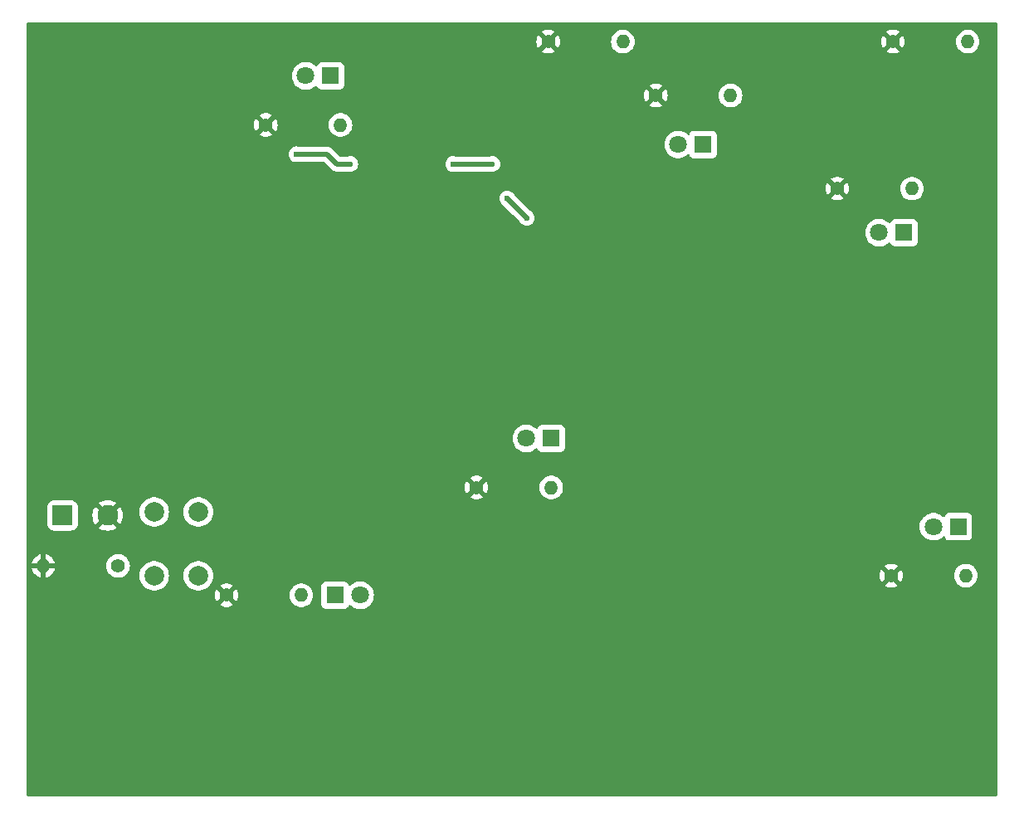
<source format=gbr>
%TF.GenerationSoftware,KiCad,Pcbnew,8.0.6*%
%TF.CreationDate,2025-02-06T10:41:55-08:00*%
%TF.ProjectId,Decorative PCB for Amaia,4465636f-7261-4746-9976-652050434220,V2*%
%TF.SameCoordinates,Original*%
%TF.FileFunction,Copper,L2,Bot*%
%TF.FilePolarity,Positive*%
%FSLAX46Y46*%
G04 Gerber Fmt 4.6, Leading zero omitted, Abs format (unit mm)*
G04 Created by KiCad (PCBNEW 8.0.6) date 2025-02-06 10:41:55*
%MOMM*%
%LPD*%
G01*
G04 APERTURE LIST*
G04 Aperture macros list*
%AMRoundRect*
0 Rectangle with rounded corners*
0 $1 Rounding radius*
0 $2 $3 $4 $5 $6 $7 $8 $9 X,Y pos of 4 corners*
0 Add a 4 corners polygon primitive as box body*
4,1,4,$2,$3,$4,$5,$6,$7,$8,$9,$2,$3,0*
0 Add four circle primitives for the rounded corners*
1,1,$1+$1,$2,$3*
1,1,$1+$1,$4,$5*
1,1,$1+$1,$6,$7*
1,1,$1+$1,$8,$9*
0 Add four rect primitives between the rounded corners*
20,1,$1+$1,$2,$3,$4,$5,0*
20,1,$1+$1,$4,$5,$6,$7,0*
20,1,$1+$1,$6,$7,$8,$9,0*
20,1,$1+$1,$8,$9,$2,$3,0*%
G04 Aperture macros list end*
%TA.AperFunction,ComponentPad*%
%ADD10R,1.800000X1.800000*%
%TD*%
%TA.AperFunction,ComponentPad*%
%ADD11C,1.800000*%
%TD*%
%TA.AperFunction,ComponentPad*%
%ADD12RoundRect,0.250001X-0.799999X-0.799999X0.799999X-0.799999X0.799999X0.799999X-0.799999X0.799999X0*%
%TD*%
%TA.AperFunction,ComponentPad*%
%ADD13C,2.100000*%
%TD*%
%TA.AperFunction,ComponentPad*%
%ADD14C,1.400000*%
%TD*%
%TA.AperFunction,ComponentPad*%
%ADD15O,1.400000X1.400000*%
%TD*%
%TA.AperFunction,ComponentPad*%
%ADD16C,2.000000*%
%TD*%
%TA.AperFunction,ViaPad*%
%ADD17C,0.600000*%
%TD*%
%TA.AperFunction,Conductor*%
%ADD18C,0.500000*%
%TD*%
G04 APERTURE END LIST*
D10*
%TO.P,D6,1,K*%
%TO.N,Net-(D6-K)*%
X126000000Y-60500000D03*
D11*
%TO.P,D6,2,A*%
%TO.N,/LED_Z*%
X123460000Y-60500000D03*
%TD*%
D10*
%TO.P,D1,1,K*%
%TO.N,Net-(D1-K)*%
X126460000Y-113500000D03*
D11*
%TO.P,D1,2,A*%
%TO.N,/LED_DIM_A*%
X129000000Y-113500000D03*
%TD*%
D12*
%TO.P,J1,1,Pin_1*%
%TO.N,+9V*%
X98650000Y-105360000D03*
D13*
%TO.P,J1,2,Pin_2*%
%TO.N,GND*%
X103250000Y-105360000D03*
%TD*%
D14*
%TO.P,R9,1*%
%TO.N,GND*%
X119380000Y-65500000D03*
D15*
%TO.P,R9,2*%
%TO.N,Net-(D6-K)*%
X127000000Y-65500000D03*
%TD*%
D14*
%TO.P,R1,1*%
%TO.N,GND*%
X148190000Y-57000000D03*
D15*
%TO.P,R1,2*%
%TO.N,Net-(R1-Pad2)*%
X155810000Y-57000000D03*
%TD*%
D14*
%TO.P,R2,1*%
%TO.N,GND*%
X183380000Y-57000000D03*
D15*
%TO.P,R2,2*%
%TO.N,Net-(R2-Pad2)*%
X191000000Y-57000000D03*
%TD*%
D14*
%TO.P,R7,1*%
%TO.N,GND*%
X140880000Y-102500000D03*
D15*
%TO.P,R7,2*%
%TO.N,Net-(D4-K)*%
X148500000Y-102500000D03*
%TD*%
D14*
%TO.P,R6,1*%
%TO.N,GND*%
X159190000Y-62500000D03*
D15*
%TO.P,R6,2*%
%TO.N,Net-(D3-K)*%
X166810000Y-62500000D03*
%TD*%
D10*
%TO.P,D2,1,K*%
%TO.N,Net-(D2-K)*%
X190040000Y-106500000D03*
D11*
%TO.P,D2,2,A*%
%TO.N,/LED_DIM_B*%
X187500000Y-106500000D03*
%TD*%
D10*
%TO.P,D3,1,K*%
%TO.N,Net-(D3-K)*%
X164000000Y-67500000D03*
D11*
%TO.P,D3,2,A*%
%TO.N,/LED_DIM_C*%
X161460000Y-67500000D03*
%TD*%
D14*
%TO.P,R4,1*%
%TO.N,GND*%
X115380000Y-113500000D03*
D15*
%TO.P,R4,2*%
%TO.N,Net-(D1-K)*%
X123000000Y-113500000D03*
%TD*%
D14*
%TO.P,R8,1*%
%TO.N,GND*%
X177690000Y-72000000D03*
D15*
%TO.P,R8,2*%
%TO.N,Net-(D5-K)*%
X185310000Y-72000000D03*
%TD*%
D10*
%TO.P,D5,1,K*%
%TO.N,Net-(D5-K)*%
X184500000Y-76500000D03*
D11*
%TO.P,D5,2,A*%
%TO.N,/LED_Y*%
X181960000Y-76500000D03*
%TD*%
D14*
%TO.P,R5,1*%
%TO.N,GND*%
X183190000Y-111500000D03*
D15*
%TO.P,R5,2*%
%TO.N,Net-(D2-K)*%
X190810000Y-111500000D03*
%TD*%
D10*
%TO.P,D4,1,K*%
%TO.N,Net-(D4-K)*%
X148500000Y-97500000D03*
D11*
%TO.P,D4,2,A*%
%TO.N,/LED_X*%
X145960000Y-97500000D03*
%TD*%
D16*
%TO.P,SW1,1,A*%
%TO.N,/BUTTON*%
X112500000Y-105000000D03*
X112500000Y-111500000D03*
%TO.P,SW1,2,B*%
%TO.N,+5V*%
X108000000Y-105000000D03*
X108000000Y-111500000D03*
%TD*%
D14*
%TO.P,R3,1*%
%TO.N,/BUTTON*%
X104310000Y-110500000D03*
D15*
%TO.P,R3,2*%
%TO.N,GND*%
X96690000Y-110500000D03*
%TD*%
D17*
%TO.N,GND*%
X112000000Y-91000000D03*
X100000000Y-95500000D03*
%TO.N,/PIEZO_A*%
X122500000Y-68500000D03*
X138500000Y-69500000D03*
X128000000Y-69500000D03*
X142500000Y-69500000D03*
%TO.N,/LED_Y*%
X144000000Y-73000000D03*
X146000000Y-75000000D03*
%TD*%
D18*
%TO.N,/PIEZO_A*%
X126626346Y-69500000D02*
X128000000Y-69500000D01*
X125626346Y-68500000D02*
X126626346Y-69500000D01*
X122500000Y-68500000D02*
X125626346Y-68500000D01*
X138500000Y-69500000D02*
X142500000Y-69500000D01*
%TO.N,/LED_Y*%
X144000000Y-73000000D02*
X146000000Y-75000000D01*
%TD*%
%TA.AperFunction,Conductor*%
%TO.N,GND*%
G36*
X193942539Y-55020185D02*
G01*
X193988294Y-55072989D01*
X193999500Y-55124500D01*
X193999500Y-133875500D01*
X193979815Y-133942539D01*
X193927011Y-133988294D01*
X193875500Y-133999500D01*
X95124500Y-133999500D01*
X95057461Y-133979815D01*
X95011706Y-133927011D01*
X95000500Y-133875500D01*
X95000500Y-114506879D01*
X114726672Y-114506879D01*
X114726672Y-114506880D01*
X114842821Y-114578797D01*
X114842822Y-114578798D01*
X115050195Y-114659134D01*
X115268807Y-114700000D01*
X115491193Y-114700000D01*
X115709809Y-114659133D01*
X115917168Y-114578801D01*
X115917181Y-114578795D01*
X116033326Y-114506879D01*
X115380001Y-113853553D01*
X115380000Y-113853553D01*
X114726672Y-114506879D01*
X95000500Y-114506879D01*
X95000500Y-113499999D01*
X114174859Y-113499999D01*
X114174859Y-113500000D01*
X114195378Y-113721439D01*
X114256240Y-113935350D01*
X114355369Y-114134428D01*
X114371137Y-114155308D01*
X114371138Y-114155308D01*
X115026447Y-113500000D01*
X114980369Y-113453922D01*
X115030000Y-113453922D01*
X115030000Y-113546078D01*
X115053852Y-113635095D01*
X115099930Y-113714905D01*
X115165095Y-113780070D01*
X115244905Y-113826148D01*
X115333922Y-113850000D01*
X115426078Y-113850000D01*
X115515095Y-113826148D01*
X115594905Y-113780070D01*
X115660070Y-113714905D01*
X115706148Y-113635095D01*
X115730000Y-113546078D01*
X115730000Y-113499999D01*
X115733553Y-113499999D01*
X115733553Y-113500000D01*
X116388861Y-114155308D01*
X116404631Y-114134425D01*
X116404633Y-114134422D01*
X116503759Y-113935350D01*
X116564621Y-113721439D01*
X116585141Y-113500000D01*
X116585141Y-113499999D01*
X121794357Y-113499999D01*
X121794357Y-113500000D01*
X121814884Y-113721535D01*
X121814885Y-113721537D01*
X121875769Y-113935523D01*
X121875775Y-113935538D01*
X121974938Y-114134683D01*
X121974943Y-114134691D01*
X122109020Y-114312238D01*
X122273437Y-114462123D01*
X122273439Y-114462125D01*
X122462595Y-114579245D01*
X122462596Y-114579245D01*
X122462599Y-114579247D01*
X122670060Y-114659618D01*
X122888757Y-114700500D01*
X122888759Y-114700500D01*
X123111241Y-114700500D01*
X123111243Y-114700500D01*
X123329940Y-114659618D01*
X123537401Y-114579247D01*
X123726562Y-114462124D01*
X123890981Y-114312236D01*
X124025058Y-114134689D01*
X124124229Y-113935528D01*
X124185115Y-113721536D01*
X124205643Y-113500000D01*
X124185115Y-113278464D01*
X124124229Y-113064472D01*
X124113886Y-113043700D01*
X124025061Y-112865316D01*
X124025056Y-112865308D01*
X123890979Y-112687761D01*
X123742203Y-112552135D01*
X125059500Y-112552135D01*
X125059500Y-114447870D01*
X125059501Y-114447876D01*
X125065908Y-114507483D01*
X125116202Y-114642328D01*
X125116206Y-114642335D01*
X125202452Y-114757544D01*
X125202455Y-114757547D01*
X125317664Y-114843793D01*
X125317671Y-114843797D01*
X125452517Y-114894091D01*
X125452516Y-114894091D01*
X125459444Y-114894835D01*
X125512127Y-114900500D01*
X127407872Y-114900499D01*
X127467483Y-114894091D01*
X127602331Y-114843796D01*
X127717546Y-114757546D01*
X127803796Y-114642331D01*
X127827491Y-114578801D01*
X127832455Y-114565493D01*
X127874326Y-114509559D01*
X127939790Y-114485141D01*
X128008063Y-114499992D01*
X128039866Y-114524843D01*
X128047302Y-114532920D01*
X128048215Y-114533912D01*
X128048222Y-114533918D01*
X128231365Y-114676464D01*
X128231371Y-114676468D01*
X128231374Y-114676470D01*
X128435497Y-114786936D01*
X128549487Y-114826068D01*
X128655015Y-114862297D01*
X128655017Y-114862297D01*
X128655019Y-114862298D01*
X128883951Y-114900500D01*
X128883952Y-114900500D01*
X129116048Y-114900500D01*
X129116049Y-114900500D01*
X129344981Y-114862298D01*
X129564503Y-114786936D01*
X129768626Y-114676470D01*
X129790900Y-114659134D01*
X129830129Y-114628600D01*
X129951784Y-114533913D01*
X130108979Y-114363153D01*
X130235924Y-114168849D01*
X130329157Y-113956300D01*
X130386134Y-113731305D01*
X130386135Y-113731297D01*
X130405300Y-113500006D01*
X130405300Y-113499993D01*
X130386135Y-113268702D01*
X130386133Y-113268691D01*
X130329157Y-113043699D01*
X130235924Y-112831151D01*
X130108983Y-112636852D01*
X130108980Y-112636849D01*
X130108979Y-112636847D01*
X129989336Y-112506879D01*
X182536672Y-112506879D01*
X182536672Y-112506880D01*
X182652821Y-112578797D01*
X182652822Y-112578798D01*
X182860195Y-112659134D01*
X183078807Y-112700000D01*
X183301193Y-112700000D01*
X183519809Y-112659133D01*
X183727168Y-112578801D01*
X183727181Y-112578795D01*
X183843326Y-112506879D01*
X183190001Y-111853553D01*
X183190000Y-111853553D01*
X182536672Y-112506879D01*
X129989336Y-112506879D01*
X129951784Y-112466087D01*
X129951779Y-112466083D01*
X129951777Y-112466081D01*
X129768634Y-112323535D01*
X129768628Y-112323531D01*
X129564504Y-112213064D01*
X129564495Y-112213061D01*
X129344984Y-112137702D01*
X129154450Y-112105908D01*
X129116049Y-112099500D01*
X128883951Y-112099500D01*
X128845550Y-112105908D01*
X128655015Y-112137702D01*
X128435504Y-112213061D01*
X128435495Y-112213064D01*
X128231371Y-112323531D01*
X128231365Y-112323535D01*
X128048222Y-112466081D01*
X128048218Y-112466085D01*
X128039866Y-112475158D01*
X127979979Y-112511148D01*
X127910141Y-112509047D01*
X127852525Y-112469522D01*
X127832455Y-112434507D01*
X127803797Y-112357671D01*
X127803793Y-112357664D01*
X127717547Y-112242455D01*
X127717544Y-112242452D01*
X127602335Y-112156206D01*
X127602328Y-112156202D01*
X127467482Y-112105908D01*
X127467483Y-112105908D01*
X127407883Y-112099501D01*
X127407881Y-112099500D01*
X127407873Y-112099500D01*
X127407864Y-112099500D01*
X125512129Y-112099500D01*
X125512123Y-112099501D01*
X125452516Y-112105908D01*
X125317671Y-112156202D01*
X125317664Y-112156206D01*
X125202455Y-112242452D01*
X125202452Y-112242455D01*
X125116206Y-112357664D01*
X125116202Y-112357671D01*
X125065908Y-112492517D01*
X125059501Y-112552116D01*
X125059500Y-112552135D01*
X123742203Y-112552135D01*
X123726562Y-112537876D01*
X123726560Y-112537874D01*
X123537404Y-112420754D01*
X123537398Y-112420752D01*
X123329940Y-112340382D01*
X123111243Y-112299500D01*
X122888757Y-112299500D01*
X122670060Y-112340382D01*
X122538864Y-112391207D01*
X122462601Y-112420752D01*
X122462595Y-112420754D01*
X122273439Y-112537874D01*
X122273437Y-112537876D01*
X122109020Y-112687761D01*
X121974943Y-112865308D01*
X121974938Y-112865316D01*
X121875775Y-113064461D01*
X121875769Y-113064476D01*
X121814885Y-113278462D01*
X121814884Y-113278464D01*
X121794357Y-113499999D01*
X116585141Y-113499999D01*
X116564621Y-113278560D01*
X116503759Y-113064649D01*
X116404635Y-112865580D01*
X116404630Y-112865572D01*
X116388860Y-112844690D01*
X115733553Y-113499999D01*
X115730000Y-113499999D01*
X115730000Y-113453922D01*
X115706148Y-113364905D01*
X115660070Y-113285095D01*
X115594905Y-113219930D01*
X115515095Y-113173852D01*
X115426078Y-113150000D01*
X115333922Y-113150000D01*
X115244905Y-113173852D01*
X115165095Y-113219930D01*
X115099930Y-113285095D01*
X115053852Y-113364905D01*
X115030000Y-113453922D01*
X114980369Y-113453922D01*
X114371138Y-112844691D01*
X114371137Y-112844691D01*
X114355368Y-112865574D01*
X114256240Y-113064649D01*
X114195378Y-113278560D01*
X114174859Y-113499999D01*
X95000500Y-113499999D01*
X95000500Y-110750000D01*
X95513505Y-110750000D01*
X95566239Y-110935349D01*
X95665368Y-111134425D01*
X95799391Y-111311900D01*
X95963738Y-111461721D01*
X96152820Y-111578797D01*
X96152822Y-111578798D01*
X96360195Y-111659135D01*
X96440000Y-111674052D01*
X96940000Y-111674052D01*
X97019804Y-111659135D01*
X97227177Y-111578798D01*
X97227179Y-111578797D01*
X97416261Y-111461721D01*
X97580608Y-111311900D01*
X97714631Y-111134425D01*
X97813760Y-110935349D01*
X97866495Y-110750000D01*
X96940000Y-110750000D01*
X96940000Y-111674052D01*
X96440000Y-111674052D01*
X96440000Y-110750000D01*
X95513505Y-110750000D01*
X95000500Y-110750000D01*
X95000500Y-110453922D01*
X96340000Y-110453922D01*
X96340000Y-110546078D01*
X96363852Y-110635095D01*
X96409930Y-110714905D01*
X96475095Y-110780070D01*
X96554905Y-110826148D01*
X96643922Y-110850000D01*
X96736078Y-110850000D01*
X96825095Y-110826148D01*
X96904905Y-110780070D01*
X96970070Y-110714905D01*
X97016148Y-110635095D01*
X97040000Y-110546078D01*
X97040000Y-110499999D01*
X103104357Y-110499999D01*
X103104357Y-110500000D01*
X103124884Y-110721535D01*
X103124885Y-110721537D01*
X103185769Y-110935523D01*
X103185775Y-110935538D01*
X103284938Y-111134683D01*
X103284943Y-111134691D01*
X103419020Y-111312238D01*
X103583437Y-111462123D01*
X103583439Y-111462125D01*
X103772595Y-111579245D01*
X103772596Y-111579245D01*
X103772599Y-111579247D01*
X103980060Y-111659618D01*
X104198757Y-111700500D01*
X104198759Y-111700500D01*
X104421241Y-111700500D01*
X104421243Y-111700500D01*
X104639940Y-111659618D01*
X104847401Y-111579247D01*
X104975400Y-111499994D01*
X106494357Y-111499994D01*
X106494357Y-111500005D01*
X106514890Y-111747812D01*
X106514892Y-111747824D01*
X106575936Y-111988881D01*
X106675826Y-112216606D01*
X106811833Y-112424782D01*
X106811836Y-112424785D01*
X106980256Y-112607738D01*
X107176491Y-112760474D01*
X107176493Y-112760475D01*
X107332108Y-112844690D01*
X107395190Y-112878828D01*
X107630386Y-112959571D01*
X107875665Y-113000500D01*
X108124335Y-113000500D01*
X108369614Y-112959571D01*
X108604810Y-112878828D01*
X108823509Y-112760474D01*
X109019744Y-112607738D01*
X109188164Y-112424785D01*
X109324173Y-112216607D01*
X109424063Y-111988881D01*
X109485108Y-111747821D01*
X109487294Y-111721439D01*
X109505643Y-111500005D01*
X109505643Y-111499994D01*
X110994357Y-111499994D01*
X110994357Y-111500005D01*
X111014890Y-111747812D01*
X111014892Y-111747824D01*
X111075936Y-111988881D01*
X111175826Y-112216606D01*
X111311833Y-112424782D01*
X111311836Y-112424785D01*
X111480256Y-112607738D01*
X111676491Y-112760474D01*
X111676493Y-112760475D01*
X111832108Y-112844690D01*
X111895190Y-112878828D01*
X112130386Y-112959571D01*
X112375665Y-113000500D01*
X112624335Y-113000500D01*
X112869614Y-112959571D01*
X113104810Y-112878828D01*
X113323509Y-112760474D01*
X113519744Y-112607738D01*
X113625258Y-112493119D01*
X114726671Y-112493119D01*
X115380000Y-113146447D01*
X115380001Y-113146447D01*
X116033327Y-112493119D01*
X115917178Y-112421202D01*
X115917177Y-112421201D01*
X115709804Y-112340865D01*
X115491193Y-112300000D01*
X115268807Y-112300000D01*
X115050195Y-112340865D01*
X114842824Y-112421200D01*
X114842823Y-112421201D01*
X114726671Y-112493119D01*
X113625258Y-112493119D01*
X113688164Y-112424785D01*
X113824173Y-112216607D01*
X113924063Y-111988881D01*
X113985108Y-111747821D01*
X113987294Y-111721439D01*
X114005643Y-111500005D01*
X114005643Y-111499999D01*
X181984859Y-111499999D01*
X181984859Y-111500000D01*
X182005378Y-111721439D01*
X182066240Y-111935350D01*
X182165369Y-112134428D01*
X182181137Y-112155308D01*
X182181138Y-112155308D01*
X182836447Y-111500000D01*
X182790369Y-111453922D01*
X182840000Y-111453922D01*
X182840000Y-111546078D01*
X182863852Y-111635095D01*
X182909930Y-111714905D01*
X182975095Y-111780070D01*
X183054905Y-111826148D01*
X183143922Y-111850000D01*
X183236078Y-111850000D01*
X183325095Y-111826148D01*
X183404905Y-111780070D01*
X183470070Y-111714905D01*
X183516148Y-111635095D01*
X183540000Y-111546078D01*
X183540000Y-111499999D01*
X183543553Y-111499999D01*
X183543553Y-111500000D01*
X184198861Y-112155308D01*
X184214631Y-112134425D01*
X184214633Y-112134422D01*
X184313759Y-111935350D01*
X184374621Y-111721439D01*
X184395141Y-111500000D01*
X184395141Y-111499999D01*
X189604357Y-111499999D01*
X189604357Y-111500000D01*
X189624884Y-111721535D01*
X189624885Y-111721537D01*
X189685769Y-111935523D01*
X189685775Y-111935538D01*
X189784938Y-112134683D01*
X189784943Y-112134691D01*
X189919020Y-112312238D01*
X190083437Y-112462123D01*
X190083439Y-112462125D01*
X190272595Y-112579245D01*
X190272596Y-112579245D01*
X190272599Y-112579247D01*
X190480060Y-112659618D01*
X190698757Y-112700500D01*
X190698759Y-112700500D01*
X190921241Y-112700500D01*
X190921243Y-112700500D01*
X191139940Y-112659618D01*
X191347401Y-112579247D01*
X191536562Y-112462124D01*
X191700981Y-112312236D01*
X191835058Y-112134689D01*
X191934229Y-111935528D01*
X191995115Y-111721536D01*
X192015643Y-111500000D01*
X192015642Y-111499994D01*
X191995115Y-111278464D01*
X191995114Y-111278462D01*
X191987638Y-111252187D01*
X191934229Y-111064472D01*
X191934224Y-111064461D01*
X191835061Y-110865316D01*
X191835056Y-110865308D01*
X191700979Y-110687761D01*
X191536562Y-110537876D01*
X191536560Y-110537874D01*
X191347404Y-110420754D01*
X191347398Y-110420752D01*
X191139940Y-110340382D01*
X190921243Y-110299500D01*
X190698757Y-110299500D01*
X190480060Y-110340382D01*
X190416759Y-110364905D01*
X190272601Y-110420752D01*
X190272595Y-110420754D01*
X190083439Y-110537874D01*
X190083437Y-110537876D01*
X189919020Y-110687761D01*
X189784943Y-110865308D01*
X189784938Y-110865316D01*
X189685775Y-111064461D01*
X189685769Y-111064476D01*
X189624885Y-111278462D01*
X189624884Y-111278464D01*
X189604357Y-111499999D01*
X184395141Y-111499999D01*
X184374621Y-111278560D01*
X184313759Y-111064649D01*
X184214635Y-110865580D01*
X184214630Y-110865572D01*
X184198860Y-110844690D01*
X183543553Y-111499999D01*
X183540000Y-111499999D01*
X183540000Y-111453922D01*
X183516148Y-111364905D01*
X183470070Y-111285095D01*
X183404905Y-111219930D01*
X183325095Y-111173852D01*
X183236078Y-111150000D01*
X183143922Y-111150000D01*
X183054905Y-111173852D01*
X182975095Y-111219930D01*
X182909930Y-111285095D01*
X182863852Y-111364905D01*
X182840000Y-111453922D01*
X182790369Y-111453922D01*
X182181138Y-110844691D01*
X182181137Y-110844691D01*
X182165368Y-110865574D01*
X182066240Y-111064649D01*
X182005378Y-111278560D01*
X181984859Y-111499999D01*
X114005643Y-111499999D01*
X114005643Y-111499994D01*
X113985109Y-111252187D01*
X113985107Y-111252175D01*
X113924063Y-111011118D01*
X113824173Y-110783393D01*
X113688166Y-110575217D01*
X113666557Y-110551744D01*
X113612589Y-110493119D01*
X182536671Y-110493119D01*
X183190000Y-111146447D01*
X183190001Y-111146447D01*
X183843327Y-110493119D01*
X183727178Y-110421202D01*
X183727177Y-110421201D01*
X183519804Y-110340865D01*
X183301193Y-110300000D01*
X183078807Y-110300000D01*
X182860195Y-110340865D01*
X182652824Y-110421200D01*
X182652823Y-110421201D01*
X182536671Y-110493119D01*
X113612589Y-110493119D01*
X113519744Y-110392262D01*
X113323509Y-110239526D01*
X113323507Y-110239525D01*
X113323506Y-110239524D01*
X113104811Y-110121172D01*
X113104802Y-110121169D01*
X112869616Y-110040429D01*
X112624335Y-109999500D01*
X112375665Y-109999500D01*
X112130383Y-110040429D01*
X111895197Y-110121169D01*
X111895188Y-110121172D01*
X111676493Y-110239524D01*
X111480257Y-110392261D01*
X111311833Y-110575217D01*
X111175826Y-110783393D01*
X111075936Y-111011118D01*
X111014892Y-111252175D01*
X111014890Y-111252187D01*
X110994357Y-111499994D01*
X109505643Y-111499994D01*
X109485109Y-111252187D01*
X109485107Y-111252175D01*
X109424063Y-111011118D01*
X109324173Y-110783393D01*
X109188166Y-110575217D01*
X109166557Y-110551744D01*
X109019744Y-110392262D01*
X108823509Y-110239526D01*
X108823507Y-110239525D01*
X108823506Y-110239524D01*
X108604811Y-110121172D01*
X108604802Y-110121169D01*
X108369616Y-110040429D01*
X108124335Y-109999500D01*
X107875665Y-109999500D01*
X107630383Y-110040429D01*
X107395197Y-110121169D01*
X107395188Y-110121172D01*
X107176493Y-110239524D01*
X106980257Y-110392261D01*
X106811833Y-110575217D01*
X106675826Y-110783393D01*
X106575936Y-111011118D01*
X106514892Y-111252175D01*
X106514890Y-111252187D01*
X106494357Y-111499994D01*
X104975400Y-111499994D01*
X105036562Y-111462124D01*
X105200981Y-111312236D01*
X105335058Y-111134689D01*
X105434229Y-110935528D01*
X105495115Y-110721536D01*
X105515643Y-110500000D01*
X105495115Y-110278464D01*
X105434229Y-110064472D01*
X105335189Y-109865574D01*
X105335061Y-109865316D01*
X105335056Y-109865308D01*
X105200979Y-109687761D01*
X105036562Y-109537876D01*
X105036560Y-109537874D01*
X104847404Y-109420754D01*
X104847398Y-109420752D01*
X104639940Y-109340382D01*
X104421243Y-109299500D01*
X104198757Y-109299500D01*
X103980060Y-109340382D01*
X103848864Y-109391207D01*
X103772601Y-109420752D01*
X103772595Y-109420754D01*
X103583439Y-109537874D01*
X103583437Y-109537876D01*
X103419020Y-109687761D01*
X103284943Y-109865308D01*
X103284938Y-109865316D01*
X103185775Y-110064461D01*
X103185769Y-110064476D01*
X103124885Y-110278462D01*
X103124884Y-110278464D01*
X103104357Y-110499999D01*
X97040000Y-110499999D01*
X97040000Y-110453922D01*
X97016148Y-110364905D01*
X96970070Y-110285095D01*
X96934975Y-110250000D01*
X96940000Y-110250000D01*
X97866495Y-110250000D01*
X97813760Y-110064650D01*
X97714631Y-109865574D01*
X97580608Y-109688099D01*
X97416261Y-109538278D01*
X97227179Y-109421202D01*
X97227177Y-109421201D01*
X97019799Y-109340864D01*
X96940000Y-109325946D01*
X96940000Y-110250000D01*
X96934975Y-110250000D01*
X96904905Y-110219930D01*
X96825095Y-110173852D01*
X96736078Y-110150000D01*
X96643922Y-110150000D01*
X96554905Y-110173852D01*
X96475095Y-110219930D01*
X96409930Y-110285095D01*
X96363852Y-110364905D01*
X96340000Y-110453922D01*
X95000500Y-110453922D01*
X95000500Y-110250000D01*
X95513505Y-110250000D01*
X96440000Y-110250000D01*
X96440000Y-109325946D01*
X96360200Y-109340864D01*
X96152822Y-109421201D01*
X96152820Y-109421202D01*
X95963738Y-109538278D01*
X95799391Y-109688099D01*
X95665368Y-109865574D01*
X95566239Y-110064650D01*
X95513505Y-110250000D01*
X95000500Y-110250000D01*
X95000500Y-104509984D01*
X97099500Y-104509984D01*
X97099500Y-106210015D01*
X97110000Y-106312795D01*
X97110001Y-106312796D01*
X97165186Y-106479335D01*
X97165187Y-106479337D01*
X97257286Y-106628651D01*
X97257289Y-106628655D01*
X97381344Y-106752710D01*
X97381348Y-106752713D01*
X97530662Y-106844812D01*
X97530664Y-106844813D01*
X97530666Y-106844814D01*
X97697203Y-106899999D01*
X97799992Y-106910500D01*
X97799997Y-106910500D01*
X99500003Y-106910500D01*
X99500008Y-106910500D01*
X99602797Y-106899999D01*
X99769334Y-106844814D01*
X99918655Y-106752711D01*
X100042711Y-106628655D01*
X100134814Y-106479334D01*
X100189999Y-106312797D01*
X100200500Y-106210008D01*
X100200500Y-105360000D01*
X101695207Y-105360000D01*
X101714348Y-105603219D01*
X101771303Y-105840457D01*
X101864668Y-106065861D01*
X101988504Y-106267941D01*
X102726212Y-105530233D01*
X102737482Y-105572292D01*
X102809890Y-105697708D01*
X102912292Y-105800110D01*
X103037708Y-105872518D01*
X103079765Y-105883787D01*
X102342057Y-106621494D01*
X102544138Y-106745331D01*
X102769542Y-106838696D01*
X103006780Y-106895651D01*
X103006779Y-106895651D01*
X103250000Y-106914792D01*
X103493219Y-106895651D01*
X103730457Y-106838696D01*
X103955861Y-106745331D01*
X104157941Y-106621495D01*
X104157941Y-106621494D01*
X103420235Y-105883787D01*
X103462292Y-105872518D01*
X103587708Y-105800110D01*
X103690110Y-105697708D01*
X103762518Y-105572292D01*
X103773787Y-105530234D01*
X104511494Y-106267941D01*
X104511495Y-106267941D01*
X104635331Y-106065861D01*
X104728696Y-105840457D01*
X104785651Y-105603219D01*
X104804792Y-105360000D01*
X104785651Y-105116780D01*
X104757614Y-104999994D01*
X106494357Y-104999994D01*
X106494357Y-105000005D01*
X106514890Y-105247812D01*
X106514892Y-105247824D01*
X106575936Y-105488881D01*
X106675826Y-105716606D01*
X106811833Y-105924782D01*
X106811836Y-105924785D01*
X106980256Y-106107738D01*
X107176491Y-106260474D01*
X107395190Y-106378828D01*
X107630386Y-106459571D01*
X107875665Y-106500500D01*
X108124335Y-106500500D01*
X108369614Y-106459571D01*
X108604810Y-106378828D01*
X108823509Y-106260474D01*
X109019744Y-106107738D01*
X109188164Y-105924785D01*
X109324173Y-105716607D01*
X109424063Y-105488881D01*
X109485108Y-105247821D01*
X109487988Y-105213064D01*
X109505643Y-105000005D01*
X109505643Y-104999994D01*
X110994357Y-104999994D01*
X110994357Y-105000005D01*
X111014890Y-105247812D01*
X111014892Y-105247824D01*
X111075936Y-105488881D01*
X111175826Y-105716606D01*
X111311833Y-105924782D01*
X111311836Y-105924785D01*
X111480256Y-106107738D01*
X111676491Y-106260474D01*
X111895190Y-106378828D01*
X112130386Y-106459571D01*
X112375665Y-106500500D01*
X112624335Y-106500500D01*
X112627373Y-106499993D01*
X186094700Y-106499993D01*
X186094700Y-106500006D01*
X186113864Y-106731297D01*
X186113866Y-106731308D01*
X186170842Y-106956300D01*
X186264075Y-107168848D01*
X186391016Y-107363147D01*
X186391019Y-107363151D01*
X186391021Y-107363153D01*
X186548216Y-107533913D01*
X186548219Y-107533915D01*
X186548222Y-107533918D01*
X186731365Y-107676464D01*
X186731371Y-107676468D01*
X186731374Y-107676470D01*
X186935497Y-107786936D01*
X187049487Y-107826068D01*
X187155015Y-107862297D01*
X187155017Y-107862297D01*
X187155019Y-107862298D01*
X187383951Y-107900500D01*
X187383952Y-107900500D01*
X187616048Y-107900500D01*
X187616049Y-107900500D01*
X187844981Y-107862298D01*
X188064503Y-107786936D01*
X188268626Y-107676470D01*
X188451784Y-107533913D01*
X188460130Y-107524846D01*
X188520010Y-107488854D01*
X188589849Y-107490949D01*
X188647468Y-107530469D01*
X188667544Y-107565491D01*
X188696203Y-107642330D01*
X188696206Y-107642335D01*
X188782452Y-107757544D01*
X188782455Y-107757547D01*
X188897664Y-107843793D01*
X188897671Y-107843797D01*
X189032517Y-107894091D01*
X189032516Y-107894091D01*
X189039444Y-107894835D01*
X189092127Y-107900500D01*
X190987872Y-107900499D01*
X191047483Y-107894091D01*
X191182331Y-107843796D01*
X191297546Y-107757546D01*
X191383796Y-107642331D01*
X191434091Y-107507483D01*
X191440500Y-107447873D01*
X191440499Y-105552128D01*
X191434091Y-105492517D01*
X191424233Y-105466087D01*
X191383797Y-105357671D01*
X191383793Y-105357664D01*
X191297547Y-105242455D01*
X191297544Y-105242452D01*
X191182335Y-105156206D01*
X191182328Y-105156202D01*
X191047482Y-105105908D01*
X191047483Y-105105908D01*
X190987883Y-105099501D01*
X190987881Y-105099500D01*
X190987873Y-105099500D01*
X190987864Y-105099500D01*
X189092129Y-105099500D01*
X189092123Y-105099501D01*
X189032516Y-105105908D01*
X188897671Y-105156202D01*
X188897664Y-105156206D01*
X188782455Y-105242452D01*
X188782452Y-105242455D01*
X188696206Y-105357664D01*
X188696203Y-105357670D01*
X188667544Y-105434508D01*
X188625672Y-105490441D01*
X188560208Y-105514858D01*
X188491935Y-105500006D01*
X188460135Y-105475158D01*
X188451784Y-105466087D01*
X188451778Y-105466082D01*
X188451777Y-105466081D01*
X188268634Y-105323535D01*
X188268628Y-105323531D01*
X188064504Y-105213064D01*
X188064495Y-105213061D01*
X187844984Y-105137702D01*
X187654450Y-105105908D01*
X187616049Y-105099500D01*
X187383951Y-105099500D01*
X187345550Y-105105908D01*
X187155015Y-105137702D01*
X186935504Y-105213061D01*
X186935495Y-105213064D01*
X186731371Y-105323531D01*
X186731365Y-105323535D01*
X186548222Y-105466081D01*
X186548219Y-105466084D01*
X186548216Y-105466086D01*
X186548216Y-105466087D01*
X186503319Y-105514858D01*
X186391016Y-105636852D01*
X186264075Y-105831151D01*
X186170842Y-106043699D01*
X186113866Y-106268691D01*
X186113864Y-106268702D01*
X186094700Y-106499993D01*
X112627373Y-106499993D01*
X112869614Y-106459571D01*
X113104810Y-106378828D01*
X113323509Y-106260474D01*
X113519744Y-106107738D01*
X113688164Y-105924785D01*
X113824173Y-105716607D01*
X113924063Y-105488881D01*
X113985108Y-105247821D01*
X113987988Y-105213064D01*
X114005643Y-105000005D01*
X114005643Y-104999994D01*
X113985109Y-104752187D01*
X113985107Y-104752175D01*
X113924063Y-104511118D01*
X113824173Y-104283393D01*
X113688166Y-104075217D01*
X113666557Y-104051744D01*
X113519744Y-103892262D01*
X113323509Y-103739526D01*
X113323507Y-103739525D01*
X113323506Y-103739524D01*
X113104811Y-103621172D01*
X113104802Y-103621169D01*
X112869616Y-103540429D01*
X112668556Y-103506879D01*
X140226672Y-103506879D01*
X140226672Y-103506880D01*
X140342821Y-103578797D01*
X140342822Y-103578798D01*
X140550195Y-103659134D01*
X140768807Y-103700000D01*
X140991193Y-103700000D01*
X141209809Y-103659133D01*
X141417168Y-103578801D01*
X141417181Y-103578795D01*
X141533326Y-103506879D01*
X140880001Y-102853553D01*
X140880000Y-102853553D01*
X140226672Y-103506879D01*
X112668556Y-103506879D01*
X112624335Y-103499500D01*
X112375665Y-103499500D01*
X112130383Y-103540429D01*
X111895197Y-103621169D01*
X111895188Y-103621172D01*
X111676493Y-103739524D01*
X111480257Y-103892261D01*
X111311833Y-104075217D01*
X111175826Y-104283393D01*
X111075936Y-104511118D01*
X111014892Y-104752175D01*
X111014890Y-104752187D01*
X110994357Y-104999994D01*
X109505643Y-104999994D01*
X109485109Y-104752187D01*
X109485107Y-104752175D01*
X109424063Y-104511118D01*
X109324173Y-104283393D01*
X109188166Y-104075217D01*
X109166557Y-104051744D01*
X109019744Y-103892262D01*
X108823509Y-103739526D01*
X108823507Y-103739525D01*
X108823506Y-103739524D01*
X108604811Y-103621172D01*
X108604802Y-103621169D01*
X108369616Y-103540429D01*
X108124335Y-103499500D01*
X107875665Y-103499500D01*
X107630383Y-103540429D01*
X107395197Y-103621169D01*
X107395188Y-103621172D01*
X107176493Y-103739524D01*
X106980257Y-103892261D01*
X106811833Y-104075217D01*
X106675826Y-104283393D01*
X106575936Y-104511118D01*
X106514892Y-104752175D01*
X106514890Y-104752187D01*
X106494357Y-104999994D01*
X104757614Y-104999994D01*
X104728696Y-104879542D01*
X104635331Y-104654138D01*
X104511494Y-104452057D01*
X103773787Y-105189764D01*
X103762518Y-105147708D01*
X103690110Y-105022292D01*
X103587708Y-104919890D01*
X103462292Y-104847482D01*
X103420234Y-104836212D01*
X104157941Y-104098504D01*
X103955861Y-103974668D01*
X103730457Y-103881303D01*
X103493219Y-103824348D01*
X103493220Y-103824348D01*
X103250000Y-103805207D01*
X103006780Y-103824348D01*
X102769542Y-103881303D01*
X102544138Y-103974668D01*
X102342057Y-104098504D01*
X103079766Y-104836212D01*
X103037708Y-104847482D01*
X102912292Y-104919890D01*
X102809890Y-105022292D01*
X102737482Y-105147708D01*
X102726212Y-105189765D01*
X101988504Y-104452057D01*
X101864668Y-104654138D01*
X101771303Y-104879542D01*
X101714348Y-105116780D01*
X101695207Y-105360000D01*
X100200500Y-105360000D01*
X100200500Y-104509992D01*
X100189999Y-104407203D01*
X100134814Y-104240666D01*
X100042711Y-104091345D01*
X99918655Y-103967289D01*
X99918651Y-103967286D01*
X99769337Y-103875187D01*
X99769335Y-103875186D01*
X99615915Y-103824348D01*
X99602797Y-103820001D01*
X99602795Y-103820000D01*
X99500015Y-103809500D01*
X99500008Y-103809500D01*
X97799992Y-103809500D01*
X97799984Y-103809500D01*
X97697204Y-103820000D01*
X97697203Y-103820001D01*
X97530664Y-103875186D01*
X97530662Y-103875187D01*
X97381348Y-103967286D01*
X97381344Y-103967289D01*
X97257289Y-104091344D01*
X97257286Y-104091348D01*
X97165187Y-104240662D01*
X97165186Y-104240664D01*
X97110001Y-104407203D01*
X97110000Y-104407204D01*
X97099500Y-104509984D01*
X95000500Y-104509984D01*
X95000500Y-102499999D01*
X139674859Y-102499999D01*
X139674859Y-102500000D01*
X139695378Y-102721439D01*
X139756240Y-102935350D01*
X139855369Y-103134428D01*
X139871137Y-103155308D01*
X139871138Y-103155308D01*
X140526447Y-102500000D01*
X140480369Y-102453922D01*
X140530000Y-102453922D01*
X140530000Y-102546078D01*
X140553852Y-102635095D01*
X140599930Y-102714905D01*
X140665095Y-102780070D01*
X140744905Y-102826148D01*
X140833922Y-102850000D01*
X140926078Y-102850000D01*
X141015095Y-102826148D01*
X141094905Y-102780070D01*
X141160070Y-102714905D01*
X141206148Y-102635095D01*
X141230000Y-102546078D01*
X141230000Y-102499999D01*
X141233553Y-102499999D01*
X141233553Y-102500000D01*
X141888861Y-103155308D01*
X141904631Y-103134425D01*
X141904633Y-103134422D01*
X142003759Y-102935350D01*
X142064621Y-102721439D01*
X142085141Y-102500000D01*
X142085141Y-102499999D01*
X147294357Y-102499999D01*
X147294357Y-102500000D01*
X147314884Y-102721535D01*
X147314885Y-102721537D01*
X147375769Y-102935523D01*
X147375775Y-102935538D01*
X147474938Y-103134683D01*
X147474943Y-103134691D01*
X147609020Y-103312238D01*
X147773437Y-103462123D01*
X147773439Y-103462125D01*
X147962595Y-103579245D01*
X147962596Y-103579245D01*
X147962599Y-103579247D01*
X148170060Y-103659618D01*
X148388757Y-103700500D01*
X148388759Y-103700500D01*
X148611241Y-103700500D01*
X148611243Y-103700500D01*
X148829940Y-103659618D01*
X149037401Y-103579247D01*
X149226562Y-103462124D01*
X149390981Y-103312236D01*
X149525058Y-103134689D01*
X149624229Y-102935528D01*
X149685115Y-102721536D01*
X149705643Y-102500000D01*
X149685115Y-102278464D01*
X149624229Y-102064472D01*
X149525188Y-101865572D01*
X149525061Y-101865316D01*
X149525056Y-101865308D01*
X149390979Y-101687761D01*
X149226562Y-101537876D01*
X149226560Y-101537874D01*
X149037404Y-101420754D01*
X149037398Y-101420752D01*
X148829940Y-101340382D01*
X148611243Y-101299500D01*
X148388757Y-101299500D01*
X148170060Y-101340382D01*
X148038864Y-101391207D01*
X147962601Y-101420752D01*
X147962595Y-101420754D01*
X147773439Y-101537874D01*
X147773437Y-101537876D01*
X147609020Y-101687761D01*
X147474943Y-101865308D01*
X147474938Y-101865316D01*
X147375775Y-102064461D01*
X147375769Y-102064476D01*
X147314885Y-102278462D01*
X147314884Y-102278464D01*
X147294357Y-102499999D01*
X142085141Y-102499999D01*
X142064621Y-102278560D01*
X142003759Y-102064649D01*
X141904635Y-101865580D01*
X141904630Y-101865572D01*
X141888860Y-101844690D01*
X141233553Y-102499999D01*
X141230000Y-102499999D01*
X141230000Y-102453922D01*
X141206148Y-102364905D01*
X141160070Y-102285095D01*
X141094905Y-102219930D01*
X141015095Y-102173852D01*
X140926078Y-102150000D01*
X140833922Y-102150000D01*
X140744905Y-102173852D01*
X140665095Y-102219930D01*
X140599930Y-102285095D01*
X140553852Y-102364905D01*
X140530000Y-102453922D01*
X140480369Y-102453922D01*
X139871138Y-101844691D01*
X139871137Y-101844691D01*
X139855368Y-101865574D01*
X139756240Y-102064649D01*
X139695378Y-102278560D01*
X139674859Y-102499999D01*
X95000500Y-102499999D01*
X95000500Y-101493119D01*
X140226671Y-101493119D01*
X140880000Y-102146447D01*
X140880001Y-102146447D01*
X141533327Y-101493119D01*
X141417178Y-101421202D01*
X141417177Y-101421201D01*
X141209804Y-101340865D01*
X140991193Y-101300000D01*
X140768807Y-101300000D01*
X140550195Y-101340865D01*
X140342824Y-101421200D01*
X140342823Y-101421201D01*
X140226671Y-101493119D01*
X95000500Y-101493119D01*
X95000500Y-97499993D01*
X144554700Y-97499993D01*
X144554700Y-97500006D01*
X144573864Y-97731297D01*
X144573866Y-97731308D01*
X144630842Y-97956300D01*
X144724075Y-98168848D01*
X144851016Y-98363147D01*
X144851019Y-98363151D01*
X144851021Y-98363153D01*
X145008216Y-98533913D01*
X145008219Y-98533915D01*
X145008222Y-98533918D01*
X145191365Y-98676464D01*
X145191371Y-98676468D01*
X145191374Y-98676470D01*
X145395497Y-98786936D01*
X145509487Y-98826068D01*
X145615015Y-98862297D01*
X145615017Y-98862297D01*
X145615019Y-98862298D01*
X145843951Y-98900500D01*
X145843952Y-98900500D01*
X146076048Y-98900500D01*
X146076049Y-98900500D01*
X146304981Y-98862298D01*
X146524503Y-98786936D01*
X146728626Y-98676470D01*
X146911784Y-98533913D01*
X146920130Y-98524846D01*
X146980010Y-98488854D01*
X147049849Y-98490949D01*
X147107468Y-98530469D01*
X147127544Y-98565491D01*
X147156203Y-98642330D01*
X147156206Y-98642335D01*
X147242452Y-98757544D01*
X147242455Y-98757547D01*
X147357664Y-98843793D01*
X147357671Y-98843797D01*
X147492517Y-98894091D01*
X147492516Y-98894091D01*
X147499444Y-98894835D01*
X147552127Y-98900500D01*
X149447872Y-98900499D01*
X149507483Y-98894091D01*
X149642331Y-98843796D01*
X149757546Y-98757546D01*
X149843796Y-98642331D01*
X149894091Y-98507483D01*
X149900500Y-98447873D01*
X149900499Y-96552128D01*
X149894091Y-96492517D01*
X149884233Y-96466087D01*
X149843797Y-96357671D01*
X149843793Y-96357664D01*
X149757547Y-96242455D01*
X149757544Y-96242452D01*
X149642335Y-96156206D01*
X149642328Y-96156202D01*
X149507482Y-96105908D01*
X149507483Y-96105908D01*
X149447883Y-96099501D01*
X149447881Y-96099500D01*
X149447873Y-96099500D01*
X149447864Y-96099500D01*
X147552129Y-96099500D01*
X147552123Y-96099501D01*
X147492516Y-96105908D01*
X147357671Y-96156202D01*
X147357664Y-96156206D01*
X147242455Y-96242452D01*
X147242452Y-96242455D01*
X147156206Y-96357664D01*
X147156203Y-96357670D01*
X147127544Y-96434508D01*
X147085672Y-96490441D01*
X147020208Y-96514858D01*
X146951935Y-96500006D01*
X146920135Y-96475158D01*
X146911784Y-96466087D01*
X146911778Y-96466082D01*
X146911777Y-96466081D01*
X146728634Y-96323535D01*
X146728628Y-96323531D01*
X146524504Y-96213064D01*
X146524495Y-96213061D01*
X146304984Y-96137702D01*
X146114450Y-96105908D01*
X146076049Y-96099500D01*
X145843951Y-96099500D01*
X145805550Y-96105908D01*
X145615015Y-96137702D01*
X145395504Y-96213061D01*
X145395495Y-96213064D01*
X145191371Y-96323531D01*
X145191365Y-96323535D01*
X145008222Y-96466081D01*
X145008219Y-96466084D01*
X145008216Y-96466086D01*
X145008216Y-96466087D01*
X144963319Y-96514858D01*
X144851016Y-96636852D01*
X144724075Y-96831151D01*
X144630842Y-97043699D01*
X144573866Y-97268691D01*
X144573864Y-97268702D01*
X144554700Y-97499993D01*
X95000500Y-97499993D01*
X95000500Y-76499993D01*
X180554700Y-76499993D01*
X180554700Y-76500006D01*
X180573864Y-76731297D01*
X180573866Y-76731308D01*
X180630842Y-76956300D01*
X180724075Y-77168848D01*
X180851016Y-77363147D01*
X180851019Y-77363151D01*
X180851021Y-77363153D01*
X181008216Y-77533913D01*
X181008219Y-77533915D01*
X181008222Y-77533918D01*
X181191365Y-77676464D01*
X181191371Y-77676468D01*
X181191374Y-77676470D01*
X181395497Y-77786936D01*
X181509487Y-77826068D01*
X181615015Y-77862297D01*
X181615017Y-77862297D01*
X181615019Y-77862298D01*
X181843951Y-77900500D01*
X181843952Y-77900500D01*
X182076048Y-77900500D01*
X182076049Y-77900500D01*
X182304981Y-77862298D01*
X182524503Y-77786936D01*
X182728626Y-77676470D01*
X182911784Y-77533913D01*
X182920130Y-77524846D01*
X182980010Y-77488854D01*
X183049849Y-77490949D01*
X183107468Y-77530469D01*
X183127544Y-77565491D01*
X183156203Y-77642330D01*
X183156206Y-77642335D01*
X183242452Y-77757544D01*
X183242455Y-77757547D01*
X183357664Y-77843793D01*
X183357671Y-77843797D01*
X183492517Y-77894091D01*
X183492516Y-77894091D01*
X183499444Y-77894835D01*
X183552127Y-77900500D01*
X185447872Y-77900499D01*
X185507483Y-77894091D01*
X185642331Y-77843796D01*
X185757546Y-77757546D01*
X185843796Y-77642331D01*
X185894091Y-77507483D01*
X185900500Y-77447873D01*
X185900499Y-75552128D01*
X185894091Y-75492517D01*
X185884233Y-75466087D01*
X185843797Y-75357671D01*
X185843793Y-75357664D01*
X185757547Y-75242455D01*
X185757544Y-75242452D01*
X185642335Y-75156206D01*
X185642328Y-75156202D01*
X185507482Y-75105908D01*
X185507483Y-75105908D01*
X185447883Y-75099501D01*
X185447881Y-75099500D01*
X185447873Y-75099500D01*
X185447864Y-75099500D01*
X183552129Y-75099500D01*
X183552123Y-75099501D01*
X183492516Y-75105908D01*
X183357671Y-75156202D01*
X183357664Y-75156206D01*
X183242455Y-75242452D01*
X183242452Y-75242455D01*
X183156206Y-75357664D01*
X183156203Y-75357670D01*
X183127544Y-75434508D01*
X183085672Y-75490441D01*
X183020208Y-75514858D01*
X182951935Y-75500006D01*
X182920135Y-75475158D01*
X182911784Y-75466087D01*
X182911778Y-75466082D01*
X182911777Y-75466081D01*
X182728634Y-75323535D01*
X182728628Y-75323531D01*
X182524504Y-75213064D01*
X182524495Y-75213061D01*
X182304984Y-75137702D01*
X182114450Y-75105908D01*
X182076049Y-75099500D01*
X181843951Y-75099500D01*
X181805550Y-75105908D01*
X181615015Y-75137702D01*
X181395504Y-75213061D01*
X181395495Y-75213064D01*
X181191371Y-75323531D01*
X181191365Y-75323535D01*
X181008222Y-75466081D01*
X181008219Y-75466084D01*
X181008216Y-75466086D01*
X181008216Y-75466087D01*
X180974915Y-75502262D01*
X180851016Y-75636852D01*
X180724075Y-75831151D01*
X180630842Y-76043699D01*
X180573866Y-76268691D01*
X180573864Y-76268702D01*
X180554700Y-76499993D01*
X95000500Y-76499993D01*
X95000500Y-72999996D01*
X143194435Y-72999996D01*
X143194435Y-73000003D01*
X143214630Y-73179249D01*
X143214631Y-73179254D01*
X143274211Y-73349523D01*
X143370184Y-73502262D01*
X143497738Y-73629816D01*
X143650478Y-73725789D01*
X143650483Y-73725792D01*
X143656753Y-73728812D01*
X143655864Y-73730656D01*
X143691937Y-73753305D01*
X144589109Y-74650476D01*
X145246692Y-75308059D01*
X145269358Y-75344125D01*
X145271188Y-75343244D01*
X145274209Y-75349518D01*
X145274211Y-75349522D01*
X145370184Y-75502262D01*
X145497738Y-75629816D01*
X145650478Y-75725789D01*
X145820745Y-75785368D01*
X145820750Y-75785369D01*
X145999996Y-75805565D01*
X146000000Y-75805565D01*
X146000004Y-75805565D01*
X146179249Y-75785369D01*
X146179252Y-75785368D01*
X146179255Y-75785368D01*
X146349522Y-75725789D01*
X146502262Y-75629816D01*
X146629816Y-75502262D01*
X146725789Y-75349522D01*
X146785368Y-75179255D01*
X146787965Y-75156206D01*
X146805565Y-75000003D01*
X146805565Y-74999996D01*
X146785369Y-74820750D01*
X146785368Y-74820745D01*
X146725788Y-74650476D01*
X146629815Y-74497737D01*
X146502262Y-74370184D01*
X146349522Y-74274211D01*
X146349518Y-74274209D01*
X146343244Y-74271188D01*
X146344125Y-74269358D01*
X146308059Y-74246692D01*
X145563629Y-73502262D01*
X145068247Y-73006879D01*
X177036672Y-73006879D01*
X177036672Y-73006880D01*
X177152821Y-73078797D01*
X177152822Y-73078798D01*
X177360195Y-73159134D01*
X177578807Y-73200000D01*
X177801193Y-73200000D01*
X178019809Y-73159133D01*
X178227168Y-73078801D01*
X178227181Y-73078795D01*
X178343326Y-73006879D01*
X177690001Y-72353553D01*
X177690000Y-72353553D01*
X177036672Y-73006879D01*
X145068247Y-73006879D01*
X144753305Y-72691937D01*
X144730656Y-72655864D01*
X144728812Y-72656753D01*
X144725792Y-72650483D01*
X144629815Y-72497737D01*
X144502262Y-72370184D01*
X144349523Y-72274211D01*
X144179254Y-72214631D01*
X144179249Y-72214630D01*
X144000004Y-72194435D01*
X143999996Y-72194435D01*
X143820750Y-72214630D01*
X143820745Y-72214631D01*
X143650476Y-72274211D01*
X143497737Y-72370184D01*
X143370184Y-72497737D01*
X143274211Y-72650476D01*
X143214631Y-72820745D01*
X143214630Y-72820750D01*
X143194435Y-72999996D01*
X95000500Y-72999996D01*
X95000500Y-71999999D01*
X176484859Y-71999999D01*
X176484859Y-72000000D01*
X176505378Y-72221439D01*
X176566240Y-72435350D01*
X176665369Y-72634428D01*
X176681137Y-72655308D01*
X176681138Y-72655308D01*
X177336447Y-72000000D01*
X177336447Y-71999999D01*
X177290370Y-71953922D01*
X177340000Y-71953922D01*
X177340000Y-72046078D01*
X177363852Y-72135095D01*
X177409930Y-72214905D01*
X177475095Y-72280070D01*
X177554905Y-72326148D01*
X177643922Y-72350000D01*
X177736078Y-72350000D01*
X177825095Y-72326148D01*
X177904905Y-72280070D01*
X177970070Y-72214905D01*
X178016148Y-72135095D01*
X178040000Y-72046078D01*
X178040000Y-71999999D01*
X178043553Y-71999999D01*
X178043553Y-72000000D01*
X178698861Y-72655308D01*
X178714631Y-72634425D01*
X178714633Y-72634422D01*
X178813759Y-72435350D01*
X178874621Y-72221439D01*
X178895141Y-72000000D01*
X178895141Y-71999999D01*
X184104357Y-71999999D01*
X184104357Y-72000000D01*
X184124884Y-72221535D01*
X184124885Y-72221537D01*
X184185769Y-72435523D01*
X184185775Y-72435538D01*
X184284938Y-72634683D01*
X184284943Y-72634691D01*
X184419020Y-72812238D01*
X184583437Y-72962123D01*
X184583439Y-72962125D01*
X184772595Y-73079245D01*
X184772596Y-73079245D01*
X184772599Y-73079247D01*
X184980060Y-73159618D01*
X185198757Y-73200500D01*
X185198759Y-73200500D01*
X185421241Y-73200500D01*
X185421243Y-73200500D01*
X185639940Y-73159618D01*
X185847401Y-73079247D01*
X186036562Y-72962124D01*
X186200981Y-72812236D01*
X186335058Y-72634689D01*
X186434229Y-72435528D01*
X186495115Y-72221536D01*
X186515643Y-72000000D01*
X186495115Y-71778464D01*
X186434229Y-71564472D01*
X186335188Y-71365572D01*
X186335061Y-71365316D01*
X186335056Y-71365308D01*
X186200979Y-71187761D01*
X186036562Y-71037876D01*
X186036560Y-71037874D01*
X185847404Y-70920754D01*
X185847398Y-70920752D01*
X185639940Y-70840382D01*
X185421243Y-70799500D01*
X185198757Y-70799500D01*
X184980060Y-70840382D01*
X184848864Y-70891207D01*
X184772601Y-70920752D01*
X184772595Y-70920754D01*
X184583439Y-71037874D01*
X184583437Y-71037876D01*
X184419020Y-71187761D01*
X184284943Y-71365308D01*
X184284938Y-71365316D01*
X184185775Y-71564461D01*
X184185769Y-71564476D01*
X184124885Y-71778462D01*
X184124884Y-71778464D01*
X184104357Y-71999999D01*
X178895141Y-71999999D01*
X178874621Y-71778560D01*
X178813759Y-71564649D01*
X178714635Y-71365580D01*
X178714630Y-71365572D01*
X178698860Y-71344690D01*
X178043553Y-71999999D01*
X178040000Y-71999999D01*
X178040000Y-71953922D01*
X178016148Y-71864905D01*
X177970070Y-71785095D01*
X177904905Y-71719930D01*
X177825095Y-71673852D01*
X177736078Y-71650000D01*
X177643922Y-71650000D01*
X177554905Y-71673852D01*
X177475095Y-71719930D01*
X177409930Y-71785095D01*
X177363852Y-71864905D01*
X177340000Y-71953922D01*
X177290370Y-71953922D01*
X176681138Y-71344690D01*
X176681137Y-71344691D01*
X176665368Y-71365574D01*
X176566240Y-71564649D01*
X176505378Y-71778560D01*
X176484859Y-71999999D01*
X95000500Y-71999999D01*
X95000500Y-70993119D01*
X177036671Y-70993119D01*
X177690000Y-71646447D01*
X177690001Y-71646447D01*
X178343327Y-70993119D01*
X178227178Y-70921202D01*
X178227177Y-70921201D01*
X178019804Y-70840865D01*
X177801193Y-70800000D01*
X177578807Y-70800000D01*
X177360195Y-70840865D01*
X177152824Y-70921200D01*
X177152823Y-70921201D01*
X177036671Y-70993119D01*
X95000500Y-70993119D01*
X95000500Y-68499996D01*
X121694435Y-68499996D01*
X121694435Y-68500003D01*
X121714630Y-68679249D01*
X121714631Y-68679254D01*
X121774211Y-68849523D01*
X121867341Y-68997737D01*
X121870184Y-69002262D01*
X121997738Y-69129816D01*
X122150478Y-69225789D01*
X122320745Y-69285368D01*
X122320750Y-69285369D01*
X122499996Y-69305565D01*
X122500000Y-69305565D01*
X122500004Y-69305565D01*
X122679249Y-69285369D01*
X122679252Y-69285368D01*
X122679255Y-69285368D01*
X122759017Y-69257457D01*
X122799972Y-69250500D01*
X125264116Y-69250500D01*
X125331155Y-69270185D01*
X125351797Y-69286819D01*
X126043395Y-69978416D01*
X126147930Y-70082951D01*
X126147933Y-70082953D01*
X126147934Y-70082954D01*
X126270849Y-70165083D01*
X126270852Y-70165085D01*
X126327425Y-70188518D01*
X126327426Y-70188518D01*
X126407434Y-70221659D01*
X126523587Y-70244763D01*
X126542814Y-70248587D01*
X126552427Y-70250500D01*
X126552428Y-70250500D01*
X126552429Y-70250500D01*
X126700264Y-70250500D01*
X127700028Y-70250500D01*
X127740983Y-70257458D01*
X127820745Y-70285368D01*
X127820750Y-70285369D01*
X127999996Y-70305565D01*
X128000000Y-70305565D01*
X128000004Y-70305565D01*
X128179249Y-70285369D01*
X128179252Y-70285368D01*
X128179255Y-70285368D01*
X128349522Y-70225789D01*
X128502262Y-70129816D01*
X128629816Y-70002262D01*
X128725789Y-69849522D01*
X128785368Y-69679255D01*
X128805565Y-69500000D01*
X128805565Y-69499996D01*
X137694435Y-69499996D01*
X137694435Y-69500003D01*
X137714630Y-69679249D01*
X137714631Y-69679254D01*
X137774211Y-69849523D01*
X137870184Y-70002262D01*
X137997738Y-70129816D01*
X138053865Y-70165083D01*
X138143903Y-70221658D01*
X138150478Y-70225789D01*
X138204697Y-70244761D01*
X138320745Y-70285368D01*
X138320750Y-70285369D01*
X138499996Y-70305565D01*
X138500000Y-70305565D01*
X138500004Y-70305565D01*
X138679249Y-70285369D01*
X138679252Y-70285368D01*
X138679255Y-70285368D01*
X138759017Y-70257457D01*
X138799972Y-70250500D01*
X142200028Y-70250500D01*
X142240983Y-70257458D01*
X142320745Y-70285368D01*
X142320750Y-70285369D01*
X142499996Y-70305565D01*
X142500000Y-70305565D01*
X142500004Y-70305565D01*
X142679249Y-70285369D01*
X142679252Y-70285368D01*
X142679255Y-70285368D01*
X142849522Y-70225789D01*
X143002262Y-70129816D01*
X143129816Y-70002262D01*
X143225789Y-69849522D01*
X143285368Y-69679255D01*
X143305565Y-69500000D01*
X143285368Y-69320745D01*
X143225789Y-69150478D01*
X143129816Y-68997738D01*
X143002262Y-68870184D01*
X142969379Y-68849522D01*
X142849523Y-68774211D01*
X142679254Y-68714631D01*
X142679249Y-68714630D01*
X142500004Y-68694435D01*
X142499996Y-68694435D01*
X142320750Y-68714630D01*
X142320745Y-68714631D01*
X142240983Y-68742542D01*
X142200028Y-68749500D01*
X138799972Y-68749500D01*
X138759017Y-68742542D01*
X138679254Y-68714631D01*
X138679249Y-68714630D01*
X138500004Y-68694435D01*
X138499996Y-68694435D01*
X138320750Y-68714630D01*
X138320745Y-68714631D01*
X138150476Y-68774211D01*
X137997737Y-68870184D01*
X137870184Y-68997737D01*
X137774211Y-69150476D01*
X137714631Y-69320745D01*
X137714630Y-69320750D01*
X137694435Y-69499996D01*
X128805565Y-69499996D01*
X128785368Y-69320745D01*
X128725789Y-69150478D01*
X128629816Y-68997738D01*
X128502262Y-68870184D01*
X128469379Y-68849522D01*
X128349523Y-68774211D01*
X128179254Y-68714631D01*
X128179249Y-68714630D01*
X128000004Y-68694435D01*
X127999996Y-68694435D01*
X127820750Y-68714630D01*
X127820745Y-68714631D01*
X127740983Y-68742542D01*
X127700028Y-68749500D01*
X126988575Y-68749500D01*
X126921536Y-68729815D01*
X126900894Y-68713181D01*
X126104767Y-67917052D01*
X126104760Y-67917046D01*
X126031075Y-67867812D01*
X126031075Y-67867813D01*
X125981837Y-67834913D01*
X125845263Y-67778343D01*
X125845253Y-67778340D01*
X125700266Y-67749500D01*
X125700264Y-67749500D01*
X122799972Y-67749500D01*
X122759017Y-67742542D01*
X122679254Y-67714631D01*
X122679249Y-67714630D01*
X122500004Y-67694435D01*
X122499996Y-67694435D01*
X122320750Y-67714630D01*
X122320745Y-67714631D01*
X122150476Y-67774211D01*
X121997737Y-67870184D01*
X121870184Y-67997737D01*
X121774211Y-68150476D01*
X121714631Y-68320745D01*
X121714630Y-68320750D01*
X121694435Y-68499996D01*
X95000500Y-68499996D01*
X95000500Y-67499993D01*
X160054700Y-67499993D01*
X160054700Y-67500006D01*
X160073864Y-67731297D01*
X160073866Y-67731308D01*
X160130842Y-67956300D01*
X160224075Y-68168848D01*
X160351016Y-68363147D01*
X160351019Y-68363151D01*
X160351021Y-68363153D01*
X160508216Y-68533913D01*
X160508219Y-68533915D01*
X160508222Y-68533918D01*
X160691365Y-68676464D01*
X160691371Y-68676468D01*
X160691374Y-68676470D01*
X160895497Y-68786936D01*
X161009487Y-68826068D01*
X161115015Y-68862297D01*
X161115017Y-68862297D01*
X161115019Y-68862298D01*
X161343951Y-68900500D01*
X161343952Y-68900500D01*
X161576048Y-68900500D01*
X161576049Y-68900500D01*
X161804981Y-68862298D01*
X162024503Y-68786936D01*
X162228626Y-68676470D01*
X162411784Y-68533913D01*
X162420130Y-68524846D01*
X162480010Y-68488854D01*
X162549849Y-68490949D01*
X162607468Y-68530469D01*
X162627544Y-68565491D01*
X162656203Y-68642330D01*
X162656206Y-68642335D01*
X162742452Y-68757544D01*
X162742455Y-68757547D01*
X162857664Y-68843793D01*
X162857671Y-68843797D01*
X162992517Y-68894091D01*
X162992516Y-68894091D01*
X162999444Y-68894835D01*
X163052127Y-68900500D01*
X164947872Y-68900499D01*
X165007483Y-68894091D01*
X165142331Y-68843796D01*
X165257546Y-68757546D01*
X165343796Y-68642331D01*
X165394091Y-68507483D01*
X165400500Y-68447873D01*
X165400499Y-66552128D01*
X165394091Y-66492517D01*
X165384233Y-66466087D01*
X165343797Y-66357671D01*
X165343793Y-66357664D01*
X165257547Y-66242455D01*
X165257544Y-66242452D01*
X165142335Y-66156206D01*
X165142328Y-66156202D01*
X165007482Y-66105908D01*
X165007483Y-66105908D01*
X164947883Y-66099501D01*
X164947881Y-66099500D01*
X164947873Y-66099500D01*
X164947864Y-66099500D01*
X163052129Y-66099500D01*
X163052123Y-66099501D01*
X162992516Y-66105908D01*
X162857671Y-66156202D01*
X162857664Y-66156206D01*
X162742455Y-66242452D01*
X162742452Y-66242455D01*
X162656206Y-66357664D01*
X162656203Y-66357670D01*
X162627544Y-66434508D01*
X162585672Y-66490441D01*
X162520208Y-66514858D01*
X162451935Y-66500006D01*
X162420135Y-66475158D01*
X162411784Y-66466087D01*
X162411778Y-66466082D01*
X162411777Y-66466081D01*
X162228634Y-66323535D01*
X162228628Y-66323531D01*
X162024504Y-66213064D01*
X162024495Y-66213061D01*
X161804984Y-66137702D01*
X161614450Y-66105908D01*
X161576049Y-66099500D01*
X161343951Y-66099500D01*
X161305550Y-66105908D01*
X161115015Y-66137702D01*
X160895504Y-66213061D01*
X160895495Y-66213064D01*
X160691371Y-66323531D01*
X160691365Y-66323535D01*
X160508222Y-66466081D01*
X160508219Y-66466084D01*
X160508216Y-66466086D01*
X160508216Y-66466087D01*
X160470664Y-66506880D01*
X160351016Y-66636852D01*
X160224075Y-66831151D01*
X160130842Y-67043699D01*
X160073866Y-67268691D01*
X160073864Y-67268702D01*
X160054700Y-67499993D01*
X95000500Y-67499993D01*
X95000500Y-66506879D01*
X118726672Y-66506879D01*
X118726672Y-66506880D01*
X118842821Y-66578797D01*
X118842822Y-66578798D01*
X119050195Y-66659134D01*
X119268807Y-66700000D01*
X119491193Y-66700000D01*
X119709809Y-66659133D01*
X119917168Y-66578801D01*
X119917181Y-66578795D01*
X120033326Y-66506879D01*
X119380001Y-65853553D01*
X119380000Y-65853553D01*
X118726672Y-66506879D01*
X95000500Y-66506879D01*
X95000500Y-65499999D01*
X118174859Y-65499999D01*
X118174859Y-65500000D01*
X118195378Y-65721439D01*
X118256240Y-65935350D01*
X118355369Y-66134428D01*
X118371137Y-66155308D01*
X118371138Y-66155308D01*
X119026447Y-65500000D01*
X118980369Y-65453922D01*
X119030000Y-65453922D01*
X119030000Y-65546078D01*
X119053852Y-65635095D01*
X119099930Y-65714905D01*
X119165095Y-65780070D01*
X119244905Y-65826148D01*
X119333922Y-65850000D01*
X119426078Y-65850000D01*
X119515095Y-65826148D01*
X119594905Y-65780070D01*
X119660070Y-65714905D01*
X119706148Y-65635095D01*
X119730000Y-65546078D01*
X119730000Y-65499999D01*
X119733553Y-65499999D01*
X119733553Y-65500000D01*
X120388861Y-66155308D01*
X120404631Y-66134425D01*
X120404633Y-66134422D01*
X120503759Y-65935350D01*
X120564621Y-65721439D01*
X120585141Y-65500000D01*
X120585141Y-65499999D01*
X125794357Y-65499999D01*
X125794357Y-65500000D01*
X125814884Y-65721535D01*
X125814885Y-65721537D01*
X125875769Y-65935523D01*
X125875775Y-65935538D01*
X125974938Y-66134683D01*
X125974943Y-66134691D01*
X126109020Y-66312238D01*
X126273437Y-66462123D01*
X126273439Y-66462125D01*
X126462595Y-66579245D01*
X126462596Y-66579245D01*
X126462599Y-66579247D01*
X126670060Y-66659618D01*
X126888757Y-66700500D01*
X126888759Y-66700500D01*
X127111241Y-66700500D01*
X127111243Y-66700500D01*
X127329940Y-66659618D01*
X127537401Y-66579247D01*
X127726562Y-66462124D01*
X127890981Y-66312236D01*
X128025058Y-66134689D01*
X128124229Y-65935528D01*
X128185115Y-65721536D01*
X128205643Y-65500000D01*
X128185115Y-65278464D01*
X128124229Y-65064472D01*
X128025188Y-64865572D01*
X128025061Y-64865316D01*
X128025056Y-64865308D01*
X127890979Y-64687761D01*
X127726562Y-64537876D01*
X127726560Y-64537874D01*
X127537404Y-64420754D01*
X127537398Y-64420752D01*
X127329940Y-64340382D01*
X127111243Y-64299500D01*
X126888757Y-64299500D01*
X126670060Y-64340382D01*
X126538864Y-64391207D01*
X126462601Y-64420752D01*
X126462595Y-64420754D01*
X126273439Y-64537874D01*
X126273437Y-64537876D01*
X126109020Y-64687761D01*
X125974943Y-64865308D01*
X125974938Y-64865316D01*
X125875775Y-65064461D01*
X125875769Y-65064476D01*
X125814885Y-65278462D01*
X125814884Y-65278464D01*
X125794357Y-65499999D01*
X120585141Y-65499999D01*
X120564621Y-65278560D01*
X120503759Y-65064649D01*
X120404635Y-64865580D01*
X120404630Y-64865572D01*
X120388860Y-64844690D01*
X119733553Y-65499999D01*
X119730000Y-65499999D01*
X119730000Y-65453922D01*
X119706148Y-65364905D01*
X119660070Y-65285095D01*
X119594905Y-65219930D01*
X119515095Y-65173852D01*
X119426078Y-65150000D01*
X119333922Y-65150000D01*
X119244905Y-65173852D01*
X119165095Y-65219930D01*
X119099930Y-65285095D01*
X119053852Y-65364905D01*
X119030000Y-65453922D01*
X118980369Y-65453922D01*
X118371138Y-64844691D01*
X118371137Y-64844691D01*
X118355368Y-64865574D01*
X118256240Y-65064649D01*
X118195378Y-65278560D01*
X118174859Y-65499999D01*
X95000500Y-65499999D01*
X95000500Y-64493119D01*
X118726671Y-64493119D01*
X119380000Y-65146447D01*
X119380001Y-65146447D01*
X120033327Y-64493119D01*
X119917178Y-64421202D01*
X119917177Y-64421201D01*
X119709804Y-64340865D01*
X119491193Y-64300000D01*
X119268807Y-64300000D01*
X119050195Y-64340865D01*
X118842824Y-64421200D01*
X118842823Y-64421201D01*
X118726671Y-64493119D01*
X95000500Y-64493119D01*
X95000500Y-63506879D01*
X158536672Y-63506879D01*
X158536672Y-63506880D01*
X158652821Y-63578797D01*
X158652822Y-63578798D01*
X158860195Y-63659134D01*
X159078807Y-63700000D01*
X159301193Y-63700000D01*
X159519809Y-63659133D01*
X159727168Y-63578801D01*
X159727181Y-63578795D01*
X159843326Y-63506879D01*
X159190001Y-62853553D01*
X159190000Y-62853553D01*
X158536672Y-63506879D01*
X95000500Y-63506879D01*
X95000500Y-62499999D01*
X157984859Y-62499999D01*
X157984859Y-62500000D01*
X158005378Y-62721439D01*
X158066240Y-62935350D01*
X158165369Y-63134428D01*
X158181137Y-63155308D01*
X158181138Y-63155308D01*
X158836447Y-62500000D01*
X158790369Y-62453922D01*
X158840000Y-62453922D01*
X158840000Y-62546078D01*
X158863852Y-62635095D01*
X158909930Y-62714905D01*
X158975095Y-62780070D01*
X159054905Y-62826148D01*
X159143922Y-62850000D01*
X159236078Y-62850000D01*
X159325095Y-62826148D01*
X159404905Y-62780070D01*
X159470070Y-62714905D01*
X159516148Y-62635095D01*
X159540000Y-62546078D01*
X159540000Y-62499999D01*
X159543553Y-62499999D01*
X159543553Y-62500000D01*
X160198861Y-63155308D01*
X160214631Y-63134425D01*
X160214633Y-63134422D01*
X160313759Y-62935350D01*
X160374621Y-62721439D01*
X160395141Y-62500000D01*
X160395141Y-62499999D01*
X165604357Y-62499999D01*
X165604357Y-62500000D01*
X165624884Y-62721535D01*
X165624885Y-62721537D01*
X165685769Y-62935523D01*
X165685775Y-62935538D01*
X165784938Y-63134683D01*
X165784943Y-63134691D01*
X165919020Y-63312238D01*
X166083437Y-63462123D01*
X166083439Y-63462125D01*
X166272595Y-63579245D01*
X166272596Y-63579245D01*
X166272599Y-63579247D01*
X166480060Y-63659618D01*
X166698757Y-63700500D01*
X166698759Y-63700500D01*
X166921241Y-63700500D01*
X166921243Y-63700500D01*
X167139940Y-63659618D01*
X167347401Y-63579247D01*
X167536562Y-63462124D01*
X167700981Y-63312236D01*
X167835058Y-63134689D01*
X167934229Y-62935528D01*
X167995115Y-62721536D01*
X168015643Y-62500000D01*
X167995115Y-62278464D01*
X167934229Y-62064472D01*
X167934224Y-62064461D01*
X167835061Y-61865316D01*
X167835056Y-61865308D01*
X167700979Y-61687761D01*
X167536562Y-61537876D01*
X167536560Y-61537874D01*
X167347404Y-61420754D01*
X167347398Y-61420752D01*
X167139940Y-61340382D01*
X166921243Y-61299500D01*
X166698757Y-61299500D01*
X166480060Y-61340382D01*
X166348864Y-61391207D01*
X166272601Y-61420752D01*
X166272595Y-61420754D01*
X166083439Y-61537874D01*
X166083437Y-61537876D01*
X165919020Y-61687761D01*
X165784943Y-61865308D01*
X165784938Y-61865316D01*
X165685775Y-62064461D01*
X165685769Y-62064476D01*
X165624885Y-62278462D01*
X165624884Y-62278464D01*
X165604357Y-62499999D01*
X160395141Y-62499999D01*
X160374621Y-62278560D01*
X160313759Y-62064649D01*
X160214635Y-61865580D01*
X160214630Y-61865572D01*
X160198860Y-61844690D01*
X159543553Y-62499999D01*
X159540000Y-62499999D01*
X159540000Y-62453922D01*
X159516148Y-62364905D01*
X159470070Y-62285095D01*
X159404905Y-62219930D01*
X159325095Y-62173852D01*
X159236078Y-62150000D01*
X159143922Y-62150000D01*
X159054905Y-62173852D01*
X158975095Y-62219930D01*
X158909930Y-62285095D01*
X158863852Y-62364905D01*
X158840000Y-62453922D01*
X158790369Y-62453922D01*
X158181138Y-61844691D01*
X158181137Y-61844691D01*
X158165368Y-61865574D01*
X158066240Y-62064649D01*
X158005378Y-62278560D01*
X157984859Y-62499999D01*
X95000500Y-62499999D01*
X95000500Y-60499993D01*
X122054700Y-60499993D01*
X122054700Y-60500006D01*
X122073864Y-60731297D01*
X122073866Y-60731308D01*
X122130842Y-60956300D01*
X122224075Y-61168848D01*
X122351016Y-61363147D01*
X122351019Y-61363151D01*
X122351021Y-61363153D01*
X122508216Y-61533913D01*
X122508219Y-61533915D01*
X122508222Y-61533918D01*
X122691365Y-61676464D01*
X122691371Y-61676468D01*
X122691374Y-61676470D01*
X122895497Y-61786936D01*
X123009487Y-61826068D01*
X123115015Y-61862297D01*
X123115017Y-61862297D01*
X123115019Y-61862298D01*
X123343951Y-61900500D01*
X123343952Y-61900500D01*
X123576048Y-61900500D01*
X123576049Y-61900500D01*
X123804981Y-61862298D01*
X124024503Y-61786936D01*
X124228626Y-61676470D01*
X124411784Y-61533913D01*
X124420130Y-61524846D01*
X124480010Y-61488854D01*
X124549849Y-61490949D01*
X124607468Y-61530469D01*
X124627544Y-61565491D01*
X124656203Y-61642330D01*
X124656206Y-61642335D01*
X124742452Y-61757544D01*
X124742455Y-61757547D01*
X124857664Y-61843793D01*
X124857671Y-61843797D01*
X124992517Y-61894091D01*
X124992516Y-61894091D01*
X124999444Y-61894835D01*
X125052127Y-61900500D01*
X126947872Y-61900499D01*
X127007483Y-61894091D01*
X127142331Y-61843796D01*
X127257546Y-61757546D01*
X127343796Y-61642331D01*
X127394091Y-61507483D01*
X127395635Y-61493119D01*
X158536671Y-61493119D01*
X159190000Y-62146447D01*
X159190001Y-62146447D01*
X159843327Y-61493119D01*
X159727178Y-61421202D01*
X159727177Y-61421201D01*
X159519804Y-61340865D01*
X159301193Y-61300000D01*
X159078807Y-61300000D01*
X158860195Y-61340865D01*
X158652824Y-61421200D01*
X158652823Y-61421201D01*
X158536671Y-61493119D01*
X127395635Y-61493119D01*
X127400500Y-61447873D01*
X127400499Y-59552128D01*
X127394091Y-59492517D01*
X127384233Y-59466087D01*
X127343797Y-59357671D01*
X127343793Y-59357664D01*
X127257547Y-59242455D01*
X127257544Y-59242452D01*
X127142335Y-59156206D01*
X127142328Y-59156202D01*
X127007482Y-59105908D01*
X127007483Y-59105908D01*
X126947883Y-59099501D01*
X126947881Y-59099500D01*
X126947873Y-59099500D01*
X126947864Y-59099500D01*
X125052129Y-59099500D01*
X125052123Y-59099501D01*
X124992516Y-59105908D01*
X124857671Y-59156202D01*
X124857664Y-59156206D01*
X124742455Y-59242452D01*
X124742452Y-59242455D01*
X124656206Y-59357664D01*
X124656203Y-59357670D01*
X124627544Y-59434508D01*
X124585672Y-59490441D01*
X124520208Y-59514858D01*
X124451935Y-59500006D01*
X124420135Y-59475158D01*
X124411784Y-59466087D01*
X124411778Y-59466082D01*
X124411777Y-59466081D01*
X124228634Y-59323535D01*
X124228628Y-59323531D01*
X124024504Y-59213064D01*
X124024495Y-59213061D01*
X123804984Y-59137702D01*
X123614450Y-59105908D01*
X123576049Y-59099500D01*
X123343951Y-59099500D01*
X123305550Y-59105908D01*
X123115015Y-59137702D01*
X122895504Y-59213061D01*
X122895495Y-59213064D01*
X122691371Y-59323531D01*
X122691365Y-59323535D01*
X122508222Y-59466081D01*
X122508219Y-59466084D01*
X122508216Y-59466086D01*
X122508216Y-59466087D01*
X122463319Y-59514858D01*
X122351016Y-59636852D01*
X122224075Y-59831151D01*
X122130842Y-60043699D01*
X122073866Y-60268691D01*
X122073864Y-60268702D01*
X122054700Y-60499993D01*
X95000500Y-60499993D01*
X95000500Y-58006879D01*
X147536672Y-58006879D01*
X147536672Y-58006880D01*
X147652821Y-58078797D01*
X147652822Y-58078798D01*
X147860195Y-58159134D01*
X148078807Y-58200000D01*
X148301193Y-58200000D01*
X148519809Y-58159133D01*
X148727168Y-58078801D01*
X148727181Y-58078795D01*
X148843326Y-58006879D01*
X148190001Y-57353553D01*
X148190000Y-57353553D01*
X147536672Y-58006879D01*
X95000500Y-58006879D01*
X95000500Y-56999999D01*
X146984859Y-56999999D01*
X146984859Y-57000000D01*
X147005378Y-57221439D01*
X147066240Y-57435350D01*
X147165369Y-57634428D01*
X147181137Y-57655308D01*
X147181138Y-57655308D01*
X147836447Y-57000000D01*
X147790369Y-56953922D01*
X147840000Y-56953922D01*
X147840000Y-57046078D01*
X147863852Y-57135095D01*
X147909930Y-57214905D01*
X147975095Y-57280070D01*
X148054905Y-57326148D01*
X148143922Y-57350000D01*
X148236078Y-57350000D01*
X148325095Y-57326148D01*
X148404905Y-57280070D01*
X148470070Y-57214905D01*
X148516148Y-57135095D01*
X148540000Y-57046078D01*
X148540000Y-56999999D01*
X148543553Y-56999999D01*
X148543553Y-57000000D01*
X149198861Y-57655308D01*
X149214631Y-57634425D01*
X149214633Y-57634422D01*
X149313759Y-57435350D01*
X149374621Y-57221439D01*
X149395141Y-57000000D01*
X149395141Y-56999999D01*
X154604357Y-56999999D01*
X154604357Y-57000000D01*
X154624884Y-57221535D01*
X154624885Y-57221537D01*
X154685769Y-57435523D01*
X154685775Y-57435538D01*
X154784938Y-57634683D01*
X154784943Y-57634691D01*
X154919020Y-57812238D01*
X155083437Y-57962123D01*
X155083439Y-57962125D01*
X155272595Y-58079245D01*
X155272596Y-58079245D01*
X155272599Y-58079247D01*
X155480060Y-58159618D01*
X155698757Y-58200500D01*
X155698759Y-58200500D01*
X155921241Y-58200500D01*
X155921243Y-58200500D01*
X156139940Y-58159618D01*
X156347401Y-58079247D01*
X156464280Y-58006879D01*
X182726672Y-58006879D01*
X182726672Y-58006880D01*
X182842821Y-58078797D01*
X182842822Y-58078798D01*
X183050195Y-58159134D01*
X183268807Y-58200000D01*
X183491193Y-58200000D01*
X183709809Y-58159133D01*
X183917168Y-58078801D01*
X183917181Y-58078795D01*
X184033326Y-58006879D01*
X183380001Y-57353553D01*
X183380000Y-57353553D01*
X182726672Y-58006879D01*
X156464280Y-58006879D01*
X156536562Y-57962124D01*
X156700981Y-57812236D01*
X156835058Y-57634689D01*
X156934229Y-57435528D01*
X156995115Y-57221536D01*
X157015643Y-57000000D01*
X157015643Y-56999999D01*
X182174859Y-56999999D01*
X182174859Y-57000000D01*
X182195378Y-57221439D01*
X182256240Y-57435350D01*
X182355369Y-57634428D01*
X182371137Y-57655308D01*
X182371138Y-57655308D01*
X183026447Y-57000000D01*
X182980369Y-56953922D01*
X183030000Y-56953922D01*
X183030000Y-57046078D01*
X183053852Y-57135095D01*
X183099930Y-57214905D01*
X183165095Y-57280070D01*
X183244905Y-57326148D01*
X183333922Y-57350000D01*
X183426078Y-57350000D01*
X183515095Y-57326148D01*
X183594905Y-57280070D01*
X183660070Y-57214905D01*
X183706148Y-57135095D01*
X183730000Y-57046078D01*
X183730000Y-56999999D01*
X183733553Y-56999999D01*
X183733553Y-57000000D01*
X184388861Y-57655308D01*
X184404631Y-57634425D01*
X184404633Y-57634422D01*
X184503759Y-57435350D01*
X184564621Y-57221439D01*
X184585141Y-57000000D01*
X184585141Y-56999999D01*
X189794357Y-56999999D01*
X189794357Y-57000000D01*
X189814884Y-57221535D01*
X189814885Y-57221537D01*
X189875769Y-57435523D01*
X189875775Y-57435538D01*
X189974938Y-57634683D01*
X189974943Y-57634691D01*
X190109020Y-57812238D01*
X190273437Y-57962123D01*
X190273439Y-57962125D01*
X190462595Y-58079245D01*
X190462596Y-58079245D01*
X190462599Y-58079247D01*
X190670060Y-58159618D01*
X190888757Y-58200500D01*
X190888759Y-58200500D01*
X191111241Y-58200500D01*
X191111243Y-58200500D01*
X191329940Y-58159618D01*
X191537401Y-58079247D01*
X191726562Y-57962124D01*
X191890981Y-57812236D01*
X192025058Y-57634689D01*
X192124229Y-57435528D01*
X192185115Y-57221536D01*
X192205643Y-57000000D01*
X192185115Y-56778464D01*
X192124229Y-56564472D01*
X192025188Y-56365572D01*
X192025061Y-56365316D01*
X192025056Y-56365308D01*
X191890979Y-56187761D01*
X191726562Y-56037876D01*
X191726560Y-56037874D01*
X191537404Y-55920754D01*
X191537398Y-55920752D01*
X191329940Y-55840382D01*
X191111243Y-55799500D01*
X190888757Y-55799500D01*
X190670060Y-55840382D01*
X190538864Y-55891207D01*
X190462601Y-55920752D01*
X190462595Y-55920754D01*
X190273439Y-56037874D01*
X190273437Y-56037876D01*
X190109020Y-56187761D01*
X189974943Y-56365308D01*
X189974938Y-56365316D01*
X189875775Y-56564461D01*
X189875769Y-56564476D01*
X189814885Y-56778462D01*
X189814884Y-56778464D01*
X189794357Y-56999999D01*
X184585141Y-56999999D01*
X184564621Y-56778560D01*
X184503759Y-56564649D01*
X184404635Y-56365580D01*
X184404630Y-56365572D01*
X184388860Y-56344690D01*
X183733553Y-56999999D01*
X183730000Y-56999999D01*
X183730000Y-56953922D01*
X183706148Y-56864905D01*
X183660070Y-56785095D01*
X183594905Y-56719930D01*
X183515095Y-56673852D01*
X183426078Y-56650000D01*
X183333922Y-56650000D01*
X183244905Y-56673852D01*
X183165095Y-56719930D01*
X183099930Y-56785095D01*
X183053852Y-56864905D01*
X183030000Y-56953922D01*
X182980369Y-56953922D01*
X182371138Y-56344691D01*
X182371137Y-56344691D01*
X182355368Y-56365574D01*
X182256240Y-56564649D01*
X182195378Y-56778560D01*
X182174859Y-56999999D01*
X157015643Y-56999999D01*
X156995115Y-56778464D01*
X156934229Y-56564472D01*
X156835188Y-56365572D01*
X156835061Y-56365316D01*
X156835056Y-56365308D01*
X156700979Y-56187761D01*
X156536562Y-56037876D01*
X156536560Y-56037874D01*
X156464278Y-55993119D01*
X182726671Y-55993119D01*
X183380000Y-56646447D01*
X183380001Y-56646447D01*
X184033327Y-55993119D01*
X183917178Y-55921202D01*
X183917177Y-55921201D01*
X183709804Y-55840865D01*
X183491193Y-55800000D01*
X183268807Y-55800000D01*
X183050195Y-55840865D01*
X182842824Y-55921200D01*
X182842823Y-55921201D01*
X182726671Y-55993119D01*
X156464278Y-55993119D01*
X156347404Y-55920754D01*
X156347398Y-55920752D01*
X156139940Y-55840382D01*
X155921243Y-55799500D01*
X155698757Y-55799500D01*
X155480060Y-55840382D01*
X155348864Y-55891207D01*
X155272601Y-55920752D01*
X155272595Y-55920754D01*
X155083439Y-56037874D01*
X155083437Y-56037876D01*
X154919020Y-56187761D01*
X154784943Y-56365308D01*
X154784938Y-56365316D01*
X154685775Y-56564461D01*
X154685769Y-56564476D01*
X154624885Y-56778462D01*
X154624884Y-56778464D01*
X154604357Y-56999999D01*
X149395141Y-56999999D01*
X149374621Y-56778560D01*
X149313759Y-56564649D01*
X149214635Y-56365580D01*
X149214630Y-56365572D01*
X149198860Y-56344690D01*
X148543553Y-56999999D01*
X148540000Y-56999999D01*
X148540000Y-56953922D01*
X148516148Y-56864905D01*
X148470070Y-56785095D01*
X148404905Y-56719930D01*
X148325095Y-56673852D01*
X148236078Y-56650000D01*
X148143922Y-56650000D01*
X148054905Y-56673852D01*
X147975095Y-56719930D01*
X147909930Y-56785095D01*
X147863852Y-56864905D01*
X147840000Y-56953922D01*
X147790369Y-56953922D01*
X147181138Y-56344691D01*
X147181137Y-56344691D01*
X147165368Y-56365574D01*
X147066240Y-56564649D01*
X147005378Y-56778560D01*
X146984859Y-56999999D01*
X95000500Y-56999999D01*
X95000500Y-55993119D01*
X147536671Y-55993119D01*
X148190000Y-56646447D01*
X148190001Y-56646447D01*
X148843327Y-55993119D01*
X148727178Y-55921202D01*
X148727177Y-55921201D01*
X148519804Y-55840865D01*
X148301193Y-55800000D01*
X148078807Y-55800000D01*
X147860195Y-55840865D01*
X147652824Y-55921200D01*
X147652823Y-55921201D01*
X147536671Y-55993119D01*
X95000500Y-55993119D01*
X95000500Y-55124500D01*
X95020185Y-55057461D01*
X95072989Y-55011706D01*
X95124500Y-55000500D01*
X193875500Y-55000500D01*
X193942539Y-55020185D01*
G37*
%TD.AperFunction*%
%TD*%
M02*

</source>
